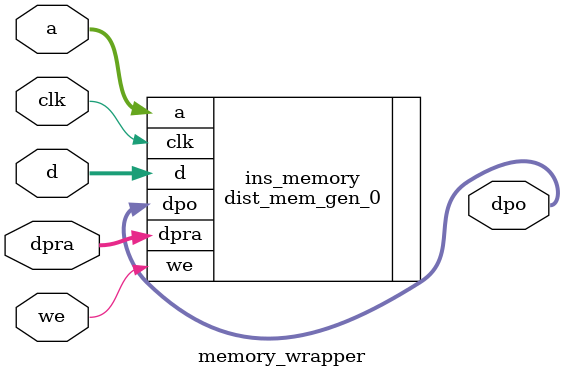
<source format=v>
`timescale 1ns / 1ps

module memory_wrapper(a,d,dpra,clk,we,dpo);

input [8:0] a,dpra; //write address, read address
input [31:0] d; //write data
input clk,we;
output [31:0] dpo; //read data
     
dist_mem_gen_0 ins_memory(
  .a(a), 
  .d(d), 
  .dpra(dpra),
  .clk(clk),
  .we(we),
  .dpo(dpo)
);
endmodule


</source>
